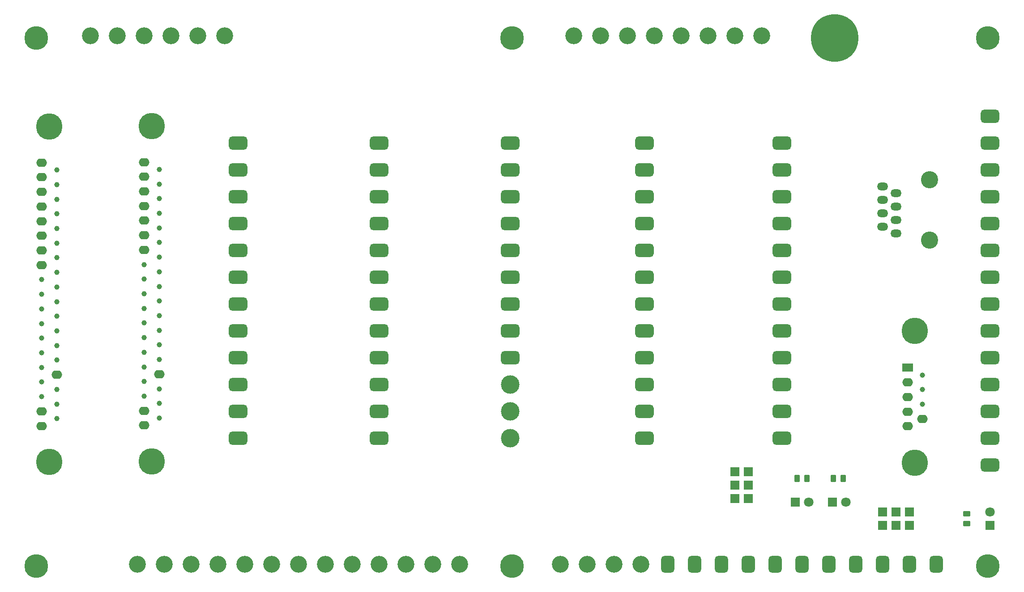
<source format=gbr>
%TF.GenerationSoftware,KiCad,Pcbnew,7.0.1*%
%TF.CreationDate,2023-04-16T18:01:34+03:00*%
%TF.ProjectId,maho-io,6d61686f-2d69-46f2-9e6b-696361645f70,rev?*%
%TF.SameCoordinates,PX44c0190PY8a4fb70*%
%TF.FileFunction,Soldermask,Top*%
%TF.FilePolarity,Negative*%
%FSLAX46Y46*%
G04 Gerber Fmt 4.6, Leading zero omitted, Abs format (unit mm)*
G04 Created by KiCad (PCBNEW 7.0.1) date 2023-04-16 18:01:34*
%MOMM*%
%LPD*%
G01*
G04 APERTURE LIST*
G04 Aperture macros list*
%AMRoundRect*
0 Rectangle with rounded corners*
0 $1 Rounding radius*
0 $2 $3 $4 $5 $6 $7 $8 $9 X,Y pos of 4 corners*
0 Add a 4 corners polygon primitive as box body*
4,1,4,$2,$3,$4,$5,$6,$7,$8,$9,$2,$3,0*
0 Add four circle primitives for the rounded corners*
1,1,$1+$1,$2,$3*
1,1,$1+$1,$4,$5*
1,1,$1+$1,$6,$7*
1,1,$1+$1,$8,$9*
0 Add four rect primitives between the rounded corners*
20,1,$1+$1,$2,$3,$4,$5,0*
20,1,$1+$1,$4,$5,$6,$7,0*
20,1,$1+$1,$6,$7,$8,$9,0*
20,1,$1+$1,$8,$9,$2,$3,0*%
G04 Aperture macros list end*
%ADD10RoundRect,0.625000X-1.125000X0.625000X-1.125000X-0.625000X1.125000X-0.625000X1.125000X0.625000X0*%
%ADD11C,3.200000*%
%ADD12C,1.000000*%
%ADD13C,5.000000*%
%ADD14R,2.000000X1.600000*%
%ADD15O,2.000000X1.600000*%
%ADD16R,1.700000X1.700000*%
%ADD17C,4.500000*%
%ADD18R,1.800000X1.800000*%
%ADD19C,1.800000*%
%ADD20RoundRect,0.625000X-0.625000X0.975000X-0.625000X-0.975000X0.625000X-0.975000X0.625000X0.975000X0*%
%ADD21RoundRect,0.250000X0.450000X-0.262500X0.450000X0.262500X-0.450000X0.262500X-0.450000X-0.262500X0*%
%ADD22RoundRect,0.250000X-0.262500X-0.450000X0.262500X-0.450000X0.262500X0.450000X-0.262500X0.450000X0*%
%ADD23C,3.500000*%
%ADD24C,3.250000*%
%ADD25O,2.100000X1.500000*%
%ADD26C,9.000000*%
G04 APERTURE END LIST*
D10*
%TO.C,OUT3*%
X43180000Y64770000D03*
X43180000Y59690000D03*
%TD*%
D11*
%TO.C,OUTX3*%
X35560000Y105410000D03*
X40640000Y105410000D03*
%TD*%
%TO.C,OUTX2*%
X30480000Y105410000D03*
X25400000Y105410000D03*
%TD*%
%TO.C,OUTX1*%
X20320000Y105410000D03*
X15240000Y105410000D03*
%TD*%
%TO.C,IX4*%
X69850000Y5330000D03*
X74930000Y5330000D03*
%TD*%
%TO.C,IX7*%
X114300000Y5330000D03*
X119380000Y5330000D03*
%TD*%
D10*
%TO.C,GA1*%
X146050000Y54610000D03*
X146050000Y49530000D03*
%TD*%
%TO.C,GA3*%
X146050000Y34290000D03*
X146050000Y29210000D03*
%TD*%
D12*
%TO.C,A1*%
X172649669Y35625000D03*
X172649669Y38395000D03*
X172649669Y41165000D03*
D13*
X171229669Y24510000D03*
X171229669Y49510000D03*
D14*
X169809669Y42550000D03*
D15*
X169809669Y39780000D03*
X169809669Y37010000D03*
X169809669Y34240000D03*
X169809669Y31470000D03*
X172649669Y32855000D03*
%TD*%
D16*
%TO.C,JP1*%
X165085000Y15220000D03*
X165085000Y12680000D03*
X167625000Y15220000D03*
X167625000Y12680000D03*
X170165000Y15220000D03*
X170165000Y12680000D03*
%TD*%
D10*
%TO.C,S2*%
X185420000Y39370000D03*
X185420000Y34290000D03*
%TD*%
D17*
%TO.C,H3*%
X185000000Y105000000D03*
%TD*%
D10*
%TO.C,G1*%
X120015000Y54610000D03*
X120015000Y49530000D03*
%TD*%
D17*
%TO.C,H1*%
X5000000Y105000000D03*
%TD*%
D10*
%TO.C,OUT6*%
X43180000Y34290000D03*
X43180000Y29210000D03*
%TD*%
%TO.C,IN3*%
X69850000Y54610000D03*
X69850000Y49530000D03*
X69850000Y44450000D03*
%TD*%
D18*
%TO.C,D1*%
X185420000Y12700000D03*
D19*
X185420000Y15240000D03*
%TD*%
D10*
%TO.C,IN4*%
X69850000Y39370000D03*
X69850000Y34290000D03*
X69850000Y29210000D03*
%TD*%
%TO.C,VA1*%
X146050000Y85090000D03*
X146050000Y80010000D03*
%TD*%
D17*
%TO.C,H4*%
X185000000Y5000000D03*
%TD*%
D10*
%TO.C,OUT5*%
X43180000Y44450000D03*
X43180000Y39370000D03*
%TD*%
%TO.C,SS1*%
X185420000Y90170000D03*
X185420000Y85090000D03*
X185420000Y80010000D03*
X185420000Y74930000D03*
%TD*%
D20*
%TO.C,IX8*%
X124460000Y5330000D03*
X129540000Y5330000D03*
%TD*%
D21*
%TO.C,R1*%
X180975000Y13057500D03*
X180975000Y14882500D03*
%TD*%
D10*
%TO.C,V1*%
X120015000Y85090000D03*
X120015000Y80010000D03*
%TD*%
D11*
%TO.C,IX5*%
X80010000Y5330000D03*
X85090000Y5330000D03*
%TD*%
D18*
%TO.C,D3*%
X148590000Y17125000D03*
D19*
X151130000Y17125000D03*
%TD*%
D10*
%TO.C,G3*%
X120015000Y34290000D03*
X120015000Y29210000D03*
%TD*%
D11*
%TO.C,IX6*%
X104140000Y5330000D03*
X109220000Y5330000D03*
%TD*%
D22*
%TO.C,R3*%
X148947500Y21570000D03*
X150772500Y21570000D03*
%TD*%
D10*
%TO.C,OUT2*%
X43180000Y74930000D03*
X43180000Y69850000D03*
%TD*%
%TO.C,S1*%
X185420000Y49530000D03*
X185420000Y44450000D03*
%TD*%
D11*
%TO.C,G4*%
X111760000Y105410000D03*
X106680000Y105410000D03*
%TD*%
D10*
%TO.C,OUT1*%
X43180000Y80010000D03*
X43180000Y85090000D03*
%TD*%
D18*
%TO.C,JP2*%
X139700000Y22860000D03*
X137160000Y22860000D03*
X139700000Y20320000D03*
X137160000Y20320000D03*
X139700000Y17780000D03*
X137160000Y17780000D03*
%TD*%
D10*
%TO.C,V3*%
X120015000Y64770000D03*
X120015000Y59690000D03*
%TD*%
D11*
%TO.C,G5*%
X121920000Y105410000D03*
X116840000Y105410000D03*
%TD*%
D12*
%TO.C,DBO1*%
X8890000Y32910000D03*
X8890000Y35680000D03*
X6050000Y37065000D03*
X8890000Y38450000D03*
X6050000Y39835000D03*
X6050000Y42605000D03*
X8890000Y43990000D03*
X6050000Y45375000D03*
X8890000Y46760000D03*
X6050000Y48145000D03*
X8890000Y49530000D03*
X6050000Y50915000D03*
X8890000Y52300000D03*
X6050000Y53685000D03*
X8890000Y55070000D03*
X6050000Y56455000D03*
X8890000Y57840000D03*
X6050000Y59225000D03*
X8890000Y60610000D03*
X8890000Y63380000D03*
X8890000Y66150000D03*
X8890000Y68920000D03*
X8890000Y71690000D03*
X8890000Y74460000D03*
X8890000Y77230000D03*
X8890000Y80000000D03*
D13*
X7470000Y24705000D03*
X7470000Y88205000D03*
D15*
X6050000Y81385000D03*
X6050000Y78615000D03*
X6050000Y75845000D03*
X6050000Y73075000D03*
X6050000Y70305000D03*
X6050000Y67535000D03*
X6050000Y64765000D03*
X6050000Y61995000D03*
X6050000Y34295000D03*
X6050000Y31525000D03*
X8890000Y41220000D03*
%TD*%
D10*
%TO.C,IN1*%
X69850000Y85090000D03*
X69850000Y80010000D03*
X69850000Y74930000D03*
%TD*%
D11*
%TO.C,IX1*%
X24130000Y5330000D03*
X29210000Y5330000D03*
X34290000Y5330000D03*
%TD*%
D10*
%TO.C,IN7*%
X94615000Y54610000D03*
X94615000Y49530000D03*
X94615000Y44450000D03*
%TD*%
D23*
%TO.C,IN8*%
X94615000Y39370000D03*
X94615000Y34290000D03*
X94615000Y29210000D03*
%TD*%
D15*
%TO.C,DBI1*%
X25400000Y31625000D03*
D12*
X28240000Y33010000D03*
D15*
X25400000Y34395000D03*
D12*
X28240000Y35780000D03*
X25400000Y37165000D03*
X28240000Y38550000D03*
X25400000Y39935000D03*
X25400000Y42705000D03*
X28240000Y44090000D03*
X25400000Y45475000D03*
X28240000Y46860000D03*
X25400000Y48245000D03*
X28240000Y49630000D03*
X25400000Y51015000D03*
X28240000Y52400000D03*
X25400000Y53785000D03*
X28240000Y55170000D03*
X25400000Y56555000D03*
X28240000Y57940000D03*
X25400000Y59325000D03*
X28240000Y60710000D03*
X25400000Y62095000D03*
X28240000Y63480000D03*
X28240000Y66250000D03*
X28240000Y69020000D03*
X28240000Y71790000D03*
X28240000Y74560000D03*
X28240000Y77330000D03*
X28240000Y80100000D03*
D13*
X26820000Y24805000D03*
X26820000Y88305000D03*
D15*
X25400000Y81485000D03*
X25400000Y78715000D03*
X25400000Y75945000D03*
X25400000Y73175000D03*
X25400000Y70405000D03*
X25400000Y67635000D03*
X25400000Y64865000D03*
X28240000Y41320000D03*
%TD*%
D10*
%TO.C,S3*%
X185420000Y29210000D03*
X185420000Y24130000D03*
%TD*%
%TO.C,VA3*%
X146050000Y64770000D03*
X146050000Y59690000D03*
%TD*%
D20*
%TO.C,U1*%
X170180000Y5330000D03*
X175260000Y5330000D03*
%TD*%
D10*
%TO.C,SS2*%
X185420000Y69850000D03*
X185420000Y64770000D03*
X185420000Y59690000D03*
X185420000Y54610000D03*
%TD*%
D11*
%TO.C,V5*%
X142240000Y105410000D03*
X137160000Y105410000D03*
%TD*%
D20*
%TO.C,U2*%
X154940000Y5330000D03*
X160020000Y5330000D03*
X165100000Y5330000D03*
%TD*%
D18*
%TO.C,D2*%
X155575000Y17125000D03*
D19*
X158115000Y17125000D03*
%TD*%
D10*
%TO.C,IN2*%
X69850000Y69850000D03*
X69850000Y64770000D03*
X69850000Y59690000D03*
%TD*%
D20*
%TO.C,U3*%
X144780000Y5330000D03*
X149860000Y5330000D03*
%TD*%
D10*
%TO.C,G2*%
X120015000Y44450000D03*
X120015000Y39370000D03*
%TD*%
D17*
%TO.C,H5*%
X95000000Y5000000D03*
%TD*%
D10*
%TO.C,VA2*%
X146050000Y74930000D03*
X146050000Y69850000D03*
%TD*%
%TO.C,OUT4*%
X43180000Y54610000D03*
X43180000Y49530000D03*
%TD*%
%TO.C,V2*%
X120015000Y74930000D03*
X120015000Y69850000D03*
%TD*%
D11*
%TO.C,IX3*%
X54610000Y5330000D03*
X59690000Y5330000D03*
X64770000Y5330000D03*
%TD*%
%TO.C,V4*%
X132080000Y105410000D03*
X127000000Y105410000D03*
%TD*%
D24*
%TO.C,RJ1*%
X173990000Y66675000D03*
X173990000Y78105000D03*
D25*
X167640000Y67945000D03*
X165100000Y69215000D03*
X167640000Y70485000D03*
X165100000Y71755000D03*
X167640000Y73025000D03*
X165100000Y74295000D03*
X167640000Y75565000D03*
X165100000Y76835000D03*
%TD*%
D26*
%TO.C,E1*%
X156000000Y105000000D03*
%TD*%
D20*
%TO.C,IX9*%
X134620000Y5330000D03*
X139700000Y5330000D03*
%TD*%
D17*
%TO.C,H2*%
X95000000Y105000000D03*
%TD*%
D11*
%TO.C,IX2*%
X39370000Y5330000D03*
X44450000Y5330000D03*
X49530000Y5330000D03*
%TD*%
D10*
%TO.C,GA2*%
X146050000Y44450000D03*
X146050000Y39370000D03*
%TD*%
D17*
%TO.C,H6*%
X5000000Y5000000D03*
%TD*%
D10*
%TO.C,IN5*%
X94615000Y85090000D03*
X94615000Y80010000D03*
X94615000Y74930000D03*
%TD*%
D22*
%TO.C,R2*%
X155812500Y21570000D03*
X157637500Y21570000D03*
%TD*%
D10*
%TO.C,IN6*%
X94615000Y69850000D03*
X94615000Y64770000D03*
X94615000Y59690000D03*
%TD*%
M02*

</source>
